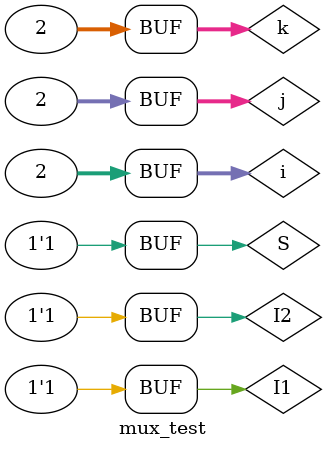
<source format=v>
module mux_test;
 wire O;
 reg I1,I2,S;
 integer i,j,k;
 mux mux1(O,S,I1,I2);
 initial
  begin  
    for(i=0;i<=1;i=i+1)
      for(j=0;j<=1;j=j+1)
        for(k=0;k<=1;k=k+1)
        begin
	  S=i;
          I1=j;
	  I2=k;
          #10;
      end
  end
endmodule

</source>
